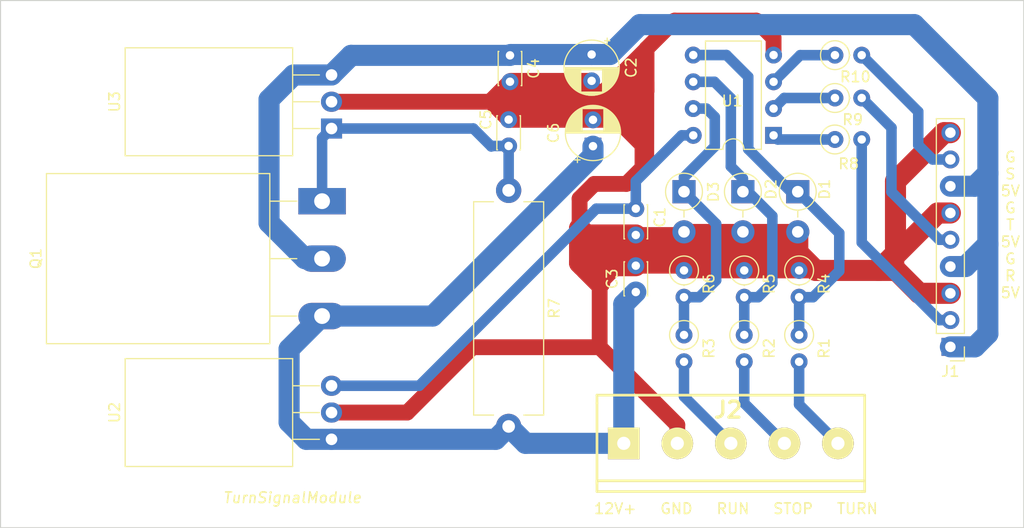
<source format=kicad_pcb>
(kicad_pcb (version 20211014) (generator pcbnew)
  (layers (0 "F.Cu" signal) (31 "B.Cu" signal) (34 "B.Paste" user) (35 "F.Paste" user) (36 "B.SilkS" user "B.Silkscreen") (37 "F.SilkS" user "F.Silkscreen") (38 "B.Mask" user) (39 "F.Mask" user) (44 "Edge.Cuts" user))
  (net 0 "")
  (net 1 "/5V")
  (net 2 "GND")
  (net 3 "/5V5A")
  (net 4 "/12V-IN")
  (net 5 "Net-(C5-Pad1)")
  (net 6 "/TSignalIN")
  (net 7 "/SSignalIN")
  (net 8 "/RSignalIN")
  (net 9 "/TSignal")
  (net 10 "/SSignal")
  (net 11 "/RSignal")
  (net 12 "/TurnSignal_12V")
  (net 13 "/StopSignal_12V")
  (net 14 "/RunSignal_12V")
  (net 15 "Net-(J1-Pad2)")
  (net 16 "Net-(J1-Pad5)")
  (net 17 "Net-(J1-Pad8)")
  (footprint "Connector_PinHeader_2.54mm:PinHeader_1x09_P2.54mm_Vertical" (layer "F.Cu") (at 130.429 68.419 180)
    (fp_text reference "J1" (at 0 -2.33) (layer "F.SilkS"))
    (fp_text value "Conn_01x09" hide)
    (pad "1" thru_hole rect (at 0 0 180) (size 1.7 1.7) (drill 1) (layers *.Cu *.Mask) (net 3 "/5V5A"))
    (pad "2" thru_hole oval (at 0 2.54 180) (size 1.7 1.7) (drill 1) (layers *.Cu *.Mask) (net 15 "Net-(J1-Pad2)"))
    (pad "3" thru_hole oval (at 0 5.08 180) (size 1.7 1.7) (drill 1) (layers *.Cu *.Mask) (net 2 "GND"))
    (pad "4" thru_hole oval (at 0 7.62 180) (size 1.7 1.7) (drill 1) (layers *.Cu *.Mask) (net 3 "/5V5A"))
    (pad "5" thru_hole oval (at 0 10.16 180) (size 1.7 1.7) (drill 1) (layers *.Cu *.Mask) (net 16 "Net-(J1-Pad5)"))
    (pad "6" thru_hole oval (at 0 12.7 180) (size 1.7 1.7) (drill 1) (layers *.Cu *.Mask) (net 2 "GND"))
    (pad "7" thru_hole oval (at 0 15.24 180) (size 1.7 1.7) (drill 1) (layers *.Cu *.Mask) (net 3 "/5V5A"))
    (pad "8" thru_hole oval (at 0 17.78 180) (size 1.7 1.7) (drill 1) (layers *.Cu *.Mask) (net 17 "Net-(J1-Pad8)"))
    (pad "9" thru_hole oval (at 0 20.32 180) (size 1.7 1.7) (drill 1) (layers *.Cu *.Mask) (net 2 "GND"))
  )
  (footprint "Resistor_THT:R_Axial_DIN0207_L6.3mm_D2.5mm_P2.54mm_Vertical" (layer "F.Cu") (at 116.078 67.293182 -90)
    (fp_text reference "R1" (at 1.27 -2.37 90) (layer "F.SilkS"))
    (fp_text value "10k")
    (pad "1" thru_hole circle (at 0 0 270) (size 1.6 1.6) (drill 0.8) (layers *.Cu *.Mask) (net 6 "/TSignalIN"))
    (pad "2" thru_hole oval (at 2.54 0 270) (size 1.6 1.6) (drill 0.8) (layers *.Cu *.Mask) (net 12 "/TurnSignal_12V"))
  )
  (footprint "Resistor_THT:R_Axial_DIN0207_L6.3mm_D2.5mm_P2.54mm_Vertical" (layer "F.Cu") (at 105.156 61.168182 -90)
    (fp_text reference "R6" (at 1.27 -2.37 90) (layer "F.SilkS"))
    (fp_text value "10k")
    (pad "1" thru_hole circle (at 0 0 270) (size 1.6 1.6) (drill 0.8) (layers *.Cu *.Mask) (net 2 "GND"))
    (pad "2" thru_hole oval (at 2.54 0 270) (size 1.6 1.6) (drill 0.8) (layers *.Cu *.Mask) (net 8 "/RSignalIN"))
  )
  (footprint "Capacitor_THT:CP_Radial_D5.0mm_P2.50mm" (layer "F.Cu") (at 96.393 40.680888 -90)
    (fp_text reference "C2" (at 1.25 -3.75 -90) (layer "F.SilkS"))
    (fp_text value "22uF" hide)
    (pad "1" thru_hole rect (at 0 0 270) (size 1.6 1.6) (drill 0.8) (layers *.Cu *.Mask) (net 3 "/5V5A"))
    (pad "2" thru_hole circle (at 2.5 0 270) (size 1.6 1.6) (drill 0.8) (layers *.Cu *.Mask) (net 2 "GND"))
  )
  (footprint "Package_TO_SOT_THT:TO-220-3_Horizontal_TabDown" (layer "F.Cu") (at 71.714 77.192 90)
    (fp_text reference "U2" (at 2.54 -20.58 90) (layer "F.SilkS"))
    (fp_text value "LM7805_TO220")
    (pad "" np_thru_hole oval (at 2.54 -16.66 90) (size 3.5 3.5) (drill 3.5) (layers *.Cu *.Mask))
    (pad "1" thru_hole rect (at 0 0 90) (size 1.905 2) (drill 1.1) (layers *.Cu *.Mask) (net 4 "/12V-IN"))
    (pad "2" thru_hole oval (at 2.54 0 90) (size 1.905 2) (drill 1.1) (layers *.Cu *.Mask) (net 2 "GND"))
    (pad "3" thru_hole oval (at 5.08 0 90) (size 1.905 2) (drill 1.1) (layers *.Cu *.Mask) (net 1 "/5V"))
  )
  (footprint "Resistor_THT:R_Axial_DIN0207_L6.3mm_D2.5mm_P2.54mm_Vertical" (layer "F.Cu") (at 119.478 44.807)
    (fp_text reference "R9" (at 1.68 2.056) (layer "F.SilkS"))
    (fp_text value "370" hide)
    (pad "1" thru_hole circle (at 0 0) (size 1.6 1.6) (drill 0.8) (layers *.Cu *.Mask) (net 9 "/TSignal"))
    (pad "2" thru_hole oval (at 2.54 0) (size 1.6 1.6) (drill 0.8) (layers *.Cu *.Mask) (net 16 "Net-(J1-Pad5)"))
  )
  (footprint "Resistor_THT:R_Axial_DIN0207_L6.3mm_D2.5mm_P2.54mm_Vertical" (layer "F.Cu") (at 119.478 48.744)
    (fp_text reference "R8" (at 1.299 2.31) (layer "F.SilkS"))
    (fp_text value "370" hide)
    (pad "1" thru_hole circle (at 0 0) (size 1.6 1.6) (drill 0.8) (layers *.Cu *.Mask) (net 11 "/RSignal"))
    (pad "2" thru_hole oval (at 2.54 0) (size 1.6 1.6) (drill 0.8) (layers *.Cu *.Mask) (net 15 "Net-(J1-Pad2)"))
  )
  (footprint "Capacitor_THT:C_Disc_D3.0mm_W2.0mm_P2.50mm" (layer "F.Cu") (at 100.584 63.218182 90)
    (fp_text reference "C3" (at 1.25 -2.25 90) (layer "F.SilkS"))
    (fp_text value "10uF")
    (pad "1" thru_hole circle (at 0 0 90) (size 1.6 1.6) (drill 0.8) (layers *.Cu *.Mask) (net 4 "/12V-IN"))
    (pad "2" thru_hole circle (at 2.5 0 90) (size 1.6 1.6) (drill 0.8) (layers *.Cu *.Mask) (net 2 "GND"))
  )
  (footprint "w_conn_screw:mors_5p" (layer "F.Cu") (at 109.601 77.573)
    (fp_text reference "J2" (at -0.254 -3.175) (layer "F.SilkS") (effects (font (size 1.524 1.524) (thickness 0.3048))))
    (fp_text value "Screw_Terminal_01x05" hide)
    (pad "1" thru_hole rect locked (at -10.16 0) (size 2.99974 2.99974) (drill 1.24968) (layers *.Cu *.Mask "F.SilkS") (net 4 "/12V-IN"))
    (pad "2" thru_hole circle locked (at -5.08 0) (size 2.99974 2.99974) (drill 1.24968) (layers *.Cu *.Mask "F.SilkS") (net 2 "GND"))
    (pad "3" thru_hole circle locked (at 0 0) (size 2.99974 2.99974) (drill 1.24968) (layers *.Cu *.Mask "F.SilkS") (net 14 "/RunSignal_12V"))
    (pad "4" thru_hole circle locked (at 5.08 0) (size 2.99974 2.99974) (drill 1.24968) (layers *.Cu *.Mask "F.SilkS") (net 13 "/StopSignal_12V"))
    (pad "5" thru_hole circle locked (at 10.16 0) (size 2.99974 2.99974) (drill 1.24968) (layers *.Cu *.Mask "F.SilkS") (net 12 "/TurnSignal_12V"))
  )
  (footprint "Package_TO_SOT_THT:TO-247-3_Horizontal_TabUp" (layer "F.Cu") (at 70.818 54.597 -90)
    (fp_text reference "Q1" (at 5.45 27.15 90) (layer "F.SilkS"))
    (fp_text value "TIP2955G")
    (pad "" np_thru_hole oval (at 5.45 19.86 270) (size 3.6 3.6) (drill 3.6) (layers *.Cu *.Mask))
    (pad "1" thru_hole rect (at 0 0 270) (size 2.5 4.5) (drill 1.5) (layers *.Cu *.Mask) (net 5 "Net-(C5-Pad1)"))
    (pad "2" thru_hole oval (at 5.45 0 270) (size 2.5 4.5) (drill 1.5) (layers *.Cu *.Mask) (net 3 "/5V5A"))
    (pad "3" thru_hole oval (at 10.9 0 270) (size 2.5 4.5) (drill 1.5) (layers *.Cu *.Mask) (net 4 "/12V-IN"))
  )
  (footprint "Diode_THT:D_DO-41_SOD81_P3.81mm_Vertical_AnodeUp" (layer "F.Cu") (at 110.744 53.697 -90)
    (fp_text reference "D2" (at -0.23 -2.667 90) (layer "F.SilkS"))
    (fp_text value "1N47xxA" hide)
    (pad "1" thru_hole rect (at 0 0 270) (size 2.2 2.2) (drill 1.1) (layers *.Cu *.Mask) (net 7 "/SSignalIN"))
    (pad "2" thru_hole oval (at 3.81 0 270) (size 2.2 2.2) (drill 1.1) (layers *.Cu *.Mask) (net 2 "GND"))
  )
  (footprint "Diode_THT:D_DO-41_SOD81_P3.81mm_Vertical_AnodeUp" (layer "F.Cu") (at 115.951 53.697 -90)
    (fp_text reference "D1" (at -0.23 -2.54 90) (layer "F.SilkS"))
    (fp_text value "1N47xxA" hide)
    (pad "1" thru_hole rect (at 0 0 270) (size 2.2 2.2) (drill 1.1) (layers *.Cu *.Mask) (net 6 "/TSignalIN"))
    (pad "2" thru_hole oval (at 3.81 0 270) (size 2.2 2.2) (drill 1.1) (layers *.Cu *.Mask) (net 2 "GND"))
  )
  (footprint "Resistor_THT:R_Axial_DIN0207_L6.3mm_D2.5mm_P2.54mm_Vertical" (layer "F.Cu") (at 110.871 67.293182 -90)
    (fp_text reference "R2" (at 1.27 -2.37 90) (layer "F.SilkS"))
    (fp_text value "10k")
    (pad "1" thru_hole circle (at 0 0 270) (size 1.6 1.6) (drill 0.8) (layers *.Cu *.Mask) (net 7 "/SSignalIN"))
    (pad "2" thru_hole oval (at 2.54 0 270) (size 1.6 1.6) (drill 0.8) (layers *.Cu *.Mask) (net 13 "/StopSignal_12V"))
  )
  (footprint "Resistor_THT:R_Axial_DIN0207_L6.3mm_D2.5mm_P2.54mm_Vertical" (layer "F.Cu") (at 116.078 61.168182 -90)
    (fp_text reference "R4" (at 1.27 -2.37 90) (layer "F.SilkS"))
    (fp_text value "10k")
    (pad "1" thru_hole circle (at 0 0 270) (size 1.6 1.6) (drill 0.8) (layers *.Cu *.Mask) (net 2 "GND"))
    (pad "2" thru_hole oval (at 2.54 0 270) (size 1.6 1.6) (drill 0.8) (layers *.Cu *.Mask) (net 6 "/TSignalIN"))
  )
  (footprint "Package_DIP:DIP-8_W7.62mm" (layer "F.Cu") (at 113.655 48.353 180)
    (fp_text reference "U1" (at 3.927 3.268) (layer "F.SilkS"))
    (fp_text value "ATtiny85-20P" hide)
    (pad "1" thru_hole rect (at 0 0 180) (size 1.6 1.6) (drill 0.8) (layers *.Cu *.Mask) (net 11 "/RSignal"))
    (pad "2" thru_hole oval (at 0 2.54 180) (size 1.6 1.6) (drill 0.8) (layers *.Cu *.Mask) (net 9 "/TSignal"))
    (pad "3" thru_hole oval (at 0 5.08 180) (size 1.6 1.6) (drill 0.8) (layers *.Cu *.Mask) (net 10 "/SSignal"))
    (pad "4" thru_hole oval (at 0 7.62 180) (size 1.6 1.6) (drill 0.8) (layers *.Cu *.Mask) (net 2 "GND"))
    (pad "5" thru_hole oval (at 7.62 7.62 180) (size 1.6 1.6) (drill 0.8) (layers *.Cu *.Mask) (net 6 "/TSignalIN"))
    (pad "6" thru_hole oval (at 7.62 5.08 180) (size 1.6 1.6) (drill 0.8) (layers *.Cu *.Mask) (net 7 "/SSignalIN"))
    (pad "7" thru_hole oval (at 7.62 2.54 180) (size 1.6 1.6) (drill 0.8) (layers *.Cu *.Mask) (net 8 "/RSignalIN"))
    (pad "8" thru_hole oval (at 7.62 0 180) (size 1.6 1.6) (drill 0.8) (layers *.Cu *.Mask) (net 1 "/5V"))
  )
  (footprint "Resistor_THT:R_Axial_Power_L20.0mm_W6.4mm_P22.40mm" (layer "F.Cu") (at 88.519 53.57 -90)
    (fp_text reference "R7" (at 11.2 -4.32 -90) (layer "F.SilkS"))
    (fp_text value "3.3")
    (pad "1" thru_hole circle (at 0 0 270) (size 2.4 2.4) (drill 1.2) (layers *.Cu *.Mask) (net 5 "Net-(C5-Pad1)"))
    (pad "2" thru_hole oval (at 22.4 0 270) (size 2.4 2.4) (drill 1.2) (layers *.Cu *.Mask) (net 4 "/12V-IN"))
  )
  (footprint "Capacitor_THT:C_Disc_D3.0mm_W2.0mm_P2.50mm" (layer "F.Cu") (at 100.584 55.307 -90)
    (fp_text reference "C1" (at 0.827 -2.286 -90) (layer "F.SilkS"))
    (fp_text value "10uF" hide)
    (pad "1" thru_hole circle (at 0 0 270) (size 1.6 1.6) (drill 0.8) (layers *.Cu *.Mask) (net 1 "/5V"))
    (pad "2" thru_hole circle (at 2.5 0 270) (size 1.6 1.6) (drill 0.8) (layers *.Cu *.Mask) (net 2 "GND"))
  )
  (footprint "Package_TO_SOT_THT:TO-220-3_Horizontal_TabDown" (layer "F.Cu") (at 71.714 47.704 90)
    (fp_text reference "U3" (at 2.54 -20.58 90) (layer "F.SilkS"))
    (fp_text value "LM7805_TO220")
    (pad "" np_thru_hole oval (at 2.54 -16.66 90) (size 3.5 3.5) (drill 3.5) (layers *.Cu *.Mask))
    (pad "1" thru_hole rect (at 0 0 90) (size 1.905 2) (drill 1.1) (layers *.Cu *.Mask) (net 5 "Net-(C5-Pad1)"))
    (pad "2" thru_hole oval (at 2.54 0 90) (size 1.905 2) (drill 1.1) (layers *.Cu *.Mask) (net 2 "GND"))
    (pad "3" thru_hole oval (at 5.08 0 90) (size 1.905 2) (drill 1.1) (layers *.Cu *.Mask) (net 3 "/5V5A"))
  )
  (footprint "Resistor_THT:R_Axial_DIN0207_L6.3mm_D2.5mm_P2.54mm_Vertical" (layer "F.Cu") (at 110.871 61.168182 -90)
    (fp_text reference "R5" (at 1.27 -2.37 90) (layer "F.SilkS"))
    (fp_text value "10k")
    (pad "1" thru_hole circle (at 0 0 270) (size 1.6 1.6) (drill 0.8) (layers *.Cu *.Mask) (net 2 "GND"))
    (pad "2" thru_hole oval (at 2.54 0 270) (size 1.6 1.6) (drill 0.8) (layers *.Cu *.Mask) (net 7 "/SSignalIN"))
  )
  (footprint "Resistor_THT:R_Axial_DIN0207_L6.3mm_D2.5mm_P2.54mm_Vertical" (layer "F.Cu") (at 119.478 40.743)
    (fp_text reference "R10" (at 1.934 2.056) (layer "F.SilkS"))
    (fp_text value "370" hide)
    (pad "1" thru_hole circle (at 0 0) (size 1.6 1.6) (drill 0.8) (layers *.Cu *.Mask) (net 10 "/SSignal"))
    (pad "2" thru_hole oval (at 2.54 0) (size 1.6 1.6) (drill 0.8) (layers *.Cu *.Mask) (net 17 "Net-(J1-Pad8)"))
  )
  (footprint "Resistor_THT:R_Axial_DIN0207_L6.3mm_D2.5mm_P2.54mm_Vertical" (layer "F.Cu") (at 105.156 67.293182 -90)
    (fp_text reference "R3" (at 1.27 -2.37 90) (layer "F.SilkS"))
    (fp_text value "10k")
    (pad "1" thru_hole circle (at 0 0 270) (size 1.6 1.6) (drill 0.8) (layers *.Cu *.Mask) (net 8 "/RSignalIN"))
    (pad "2" thru_hole oval (at 2.54 0 270) (size 1.6 1.6) (drill 0.8) (layers *.Cu *.Mask) (net 14 "/RunSignal_12V"))
  )
  (footprint "Diode_THT:D_DO-41_SOD81_P3.81mm_Vertical_AnodeUp" (layer "F.Cu") (at 105.156 53.697 -90)
    (fp_text reference "D3" (at 0.024 -2.794 90) (layer "F.SilkS"))
    (fp_text value "1N47xxA" hide)
    (pad "1" thru_hole rect (at 0 0 270) (size 2.2 2.2) (drill 1.1) (layers *.Cu *.Mask) (net 8 "/RSignalIN"))
    (pad "2" thru_hole oval (at 3.81 0 270) (size 2.2 2.2) (drill 1.1) (layers *.Cu *.Mask) (net 2 "GND"))
  )
  (footprint "Capacitor_THT:CP_Radial_D5.0mm_P2.50mm" (layer "F.Cu") (at 96.52 49.379 90)
    (fp_text reference "C6" (at 1.25 -3.75 90) (layer "F.SilkS"))
    (fp_text value "220uF" hide)
    (pad "1" thru_hole rect (at 0 0 90) (size 1.6 1.6) (drill 0.8) (layers *.Cu *.Mask) (net 4 "/12V-IN"))
    (pad "2" thru_hole circle (at 2.5 0 90) (size 1.6 1.6) (drill 0.8) (layers *.Cu *.Mask) (net 2 "GND"))
  )
  (footprint "Capacitor_THT:C_Disc_D3.0mm_W2.0mm_P2.50mm" (layer "F.Cu") (at 88.519 49.359 90)
    (fp_text reference "C5" (at 2.496 -2.159 90) (layer "F.SilkS"))
    (fp_text value "0.1uF" hide)
    (pad "1" thru_hole circle (at 0 0 90) (size 1.6 1.6) (drill 0.8) (layers *.Cu *.Mask) (net 5 "Net-(C5-Pad1)"))
    (pad "2" thru_hole circle (at 2.5 0 90) (size 1.6 1.6) (drill 0.8) (layers *.Cu *.Mask) (net 2 "GND"))
  )
  (footprint "Capacitor_THT:C_Disc_D3.0mm_W2.0mm_P2.50mm" (layer "F.Cu") (at 88.646 40.763 -90)
    (fp_text reference "C4" (at 1.25 -2.25 -90) (layer "F.SilkS"))
    (fp_text value "0.1uF" hide)
    (pad "1" thru_hole circle (at 0 0 270) (size 1.6 1.6) (drill 0.8) (layers *.Cu *.Mask) (net 3 "/5V5A"))
    (pad "2" thru_hole circle (at 2.5 0 270) (size 1.6 1.6) (drill 0.8) (layers *.Cu *.Mask) (net 2 "GND"))
  )
  (gr_poly (pts (xy 116.078 61.341) (xy 96.393 61.341) (xy 96.393 57.531) (xy 116.078 57.531)) (layer "F.Cu") (width 0.2) (fill solid))
  (gr_poly (pts (xy 99.187 46.228) (xy 97.663 44.704) (xy 96.647 44.704) (xy 96.647 43.815) (xy 101.6 43.815)) (layer "F.Cu") (width 0.2) (fill solid))
  (gr_poly (pts (xy 101.727 44.196) (xy 96.647 44.196) (xy 100.965 39.878)) (layer "F.Cu") (width 0.2) (fill solid))
  (gr_poly (pts (xy 102.223498 51.435) (xy 100.711 52.821457) (xy 100.838 49.784) (xy 98.679 47.625) (xy 98.679 43.307) (xy 102.235 43.307)) (layer "F.Cu") (width 0.2) (fill solid))
  (gr_poly (pts (xy 99.822 46.228) (xy 87.376 46.228) (xy 87.376 44.704) (xy 89.027 43.053) (xy 96.647 43.053)) (layer "F.Cu") (width 0.2) (fill solid))
  (gr_rect (start 40.3098 35.56) (end 137.3886 85.5726) (layer "Edge.Cuts") (width 0.1) (fill none))
  (gr_text "G\nS\n5V\nG\nT\n5V\nG\nR\n5V" (at 136.1186 56.8452) (layer "F.SilkS") (effects (font (size 1 1))))
  (gr_text "TurnSignalModule" (at 67.999 82.728) (layer "F.SilkS") (effects (font (size 1 1) (thickness 0.15) italic)))
  (gr_text "12V+   GND   RUN   STOP   TURN" (at 110.0836 83.7692) (layer "F.SilkS") (effects (font (size 1 1))))
  (segment (start 100.584 52.705) (end 104.936 48.353) (width 1) (layer "B.Cu") (net 1))
  (segment (start 104.936 48.353) (end 106.035 48.353) (width 1) (layer "B.Cu") (net 1))
  (segment (start 100.584 55.307) (end 100.584 52.705) (width 1) (layer "B.Cu") (net 1))
  (segment (start 96.839 55.307) (end 100.584 55.307) (width 1) (layer "B.Cu") (net 1))
  (segment (start 80.034 72.112) (end 96.839 55.307) (width 1) (layer "B.Cu") (net 1))
  (segment (start 71.714 72.112) (end 80.034 72.112) (width 1) (layer "B.Cu") (net 1))
  (segment (start 125.222 59.561555) (end 125.303182 59.642737) (width 1.5) (layer "F.Cu") (net 2))
  (segment (start 96.647 52.959) (end 95.25 54.356) (width 1.5) (layer "F.Cu") (net 2))
  (segment (start 115.951 57.507) (end 115.951 61.041182) (width 1.5) (layer "F.Cu") (net 2))
  (segment (start 123.615373 61.168182) (end 125.222 59.561555) (width 2) (layer "F.Cu") (net 2))
  (segment (start 100.584 60.718182) (end 98.793818 60.718182) (width 1.5) (layer "F.Cu") (net 2))
  (segment (start 125.303182 59.642737) (end 125.303182 61.168182) (width 1.5) (layer "F.Cu") (net 2))
  (segment (start 104.267 37.465) (end 101.6 40.132) (width 1.5) (layer "F.Cu") (net 2))
  (segment (start 105.156 57.507) (end 110.744 57.507) (width 1.5) (layer "F.Cu") (net 2))
  (segment (start 71.714 74.652) (end 78.891 74.652) (width 1.5) (layer "F.Cu") (net 2))
  (segment (start 88.519 46.859) (end 86.824 45.164) (width 1.5) (layer "F.Cu") (net 2))
  (segment (start 125.303182 59.642737) (end 129.226919 55.719) (width 2) (layer "F.Cu") (net 2))
  (segment (start 110.744 57.507) (end 115.951 57.507) (width 1.5) (layer "F.Cu") (net 2))
  (segment (start 101.6 40.132) (end 101.6 44.101) (width 1.5) (layer "F.Cu") (net 2))
  (segment (start 96.393 43.180888) (end 88.728112 43.180888) (width 1.5) (layer "F.Cu") (net 2))
  (segment (start 96.52 46.879) (end 88.539 46.879) (width 1.5) (layer "F.Cu") (net 2))
  (segment (start 98.793818 60.718182) (end 97.155 62.357) (width 1.5) (layer "F.Cu") (net 2))
  (segment (start 96.393 46.752) (end 96.52 46.879) (width 1.5) (layer "F.Cu") (net 2))
  (segment (start 86.745 45.164) (end 88.646 43.263) (width 1.5) (layer "F.Cu") (net 2))
  (segment (start 97.155 62.357) (end 97.155 68.453) (width 1.5) (layer "F.Cu") (net 2))
  (segment (start 95.25 60.452) (end 97.155 62.357) (width 2) (layer "F.Cu") (net 2))
  (segment (start 104.856 57.807) (end 105.156 57.507) (width 1.5) (layer "F.Cu") (net 2))
  (segment (start 101.219 49.276) (end 101.219 51.435) (width 1.5) (layer "F.Cu") (net 2))
  (segment (start 104.706 60.718182) (end 105.156 61.168182) (width 1.5) (layer "F.Cu") (net 2))
  (segment (start 125.222 59.055) (end 125.222 59.561555) (width 1.5) (layer "F.Cu") (net 2))
  (segment (start 98.793818 59.597182) (end 98.793818 60.718182) (width 2) (layer "F.Cu") (net 2))
  (segment (start 117.647818 61.168182) (end 125.303182 61.168182) (width 1.5) (layer "F.Cu") (net 2))
  (segment (start 95.25 57.174364) (end 98.793818 60.718182) (width 1.5) (layer "F.Cu") (net 2))
  (segment (start 95.882636 61.084636) (end 95.882636 57.807) (width 2) (layer "F.Cu") (net 2))
  (segment (start 96.393 43.180888) (end 96.393 46.752) (width 1.5) (layer "F.Cu") (net 2))
  (segment (start 95.882636 57.807) (end 95.25 57.174364) (width 2) (layer "F.Cu") (net 2))
  (segment (start 125.303182 61.168182) (end 127.474 63.339) (width 2) (layer "F.Cu") (net 2))
  (segment (start 100.584 57.807) (end 100.584 60.718182) (width 1.5) (layer "F.Cu") (net 2))
  (segment (start 125.222 52.705) (end 129.828 48.099) (width 2) (layer "F.Cu") (net 2))
  (segment (start 96.52 46.879) (end 98.822 46.879) (width 1.5) (layer "F.Cu") (net 2))
  (segment (start 95.25 57.174364) (end 95.25 60.452) (width 2) (layer "F.Cu") (net 2))
  (segment (start 116.078 61.168182) (end 117.647818 61.168182) (width 1.5) (layer "F.Cu") (net 2))
  (segment (start 100.584 57.807) (end 104.856 57.807) (width 1.5) (layer "F.Cu") (net 2))
  (segment (start 125.222 59.055) (end 125.222 52.705) (width 2) (layer "F.Cu") (net 2))
  (segment (start 101.219 51.435) (end 99.695 52.959) (width 1.5) (layer "F.Cu") (net 2))
  (segment (start 97.155 62.357) (end 95.882636 61.084636) (width 2) (layer "F.Cu") (net 2))
  (segment (start 110.871 61.168182) (end 116.078 61.168182) (width 1.5) (layer "F.Cu") (net 2))
  (segment (start 115.951 57.507) (end 115.951 59.471364) (width 2) (layer "F.Cu") (net 2))
  (segment (start 100.584 60.718182) (end 104.706 60.718182) (width 1.5) (layer "F.Cu") (net 2))
  (segment (start 129.226919 55.719) (end 130.429 55.719) (width 2) (layer "F.Cu") (net 2))
  (segment (start 104.521 75.819) (end 104.521 77.573) (width 1.5) (layer "F.Cu") (net 2))
  (segment (start 85.09 68.453) (end 97.155 68.453) (width 1.5) (layer "F.Cu") (net 2))
  (segment (start 86.824 45.164) (end 86.745 45.164) (width 1.5) (layer "F.Cu") (net 2))
  (segment (start 117.647818 61.168182) (end 123.615373 61.168182) (width 2) (layer "F.Cu") (net 2))
  (segment (start 127.474 63.339) (end 130.429 63.339) (width 2) (layer "F.Cu") (net 2))
  (segment (start 101.6 44.101) (end 98.822 46.879) (width 1.5) (layer "F.Cu") (net 2))
  (segment (start 129.828 48.099) (end 130.429 48.099) (width 2) (layer "F.Cu") (net 2))
  (segment (start 95.516182 60.718182) (end 95.25 60.452) (width 2) (layer "F.Cu") (net 2))
  (segment (start 95.25 54.356) (end 95.25 57.174364) (width 1.5) (layer "F.Cu") (net 2))
  (segment (start 113.655 39.106) (end 112.014 37.465) (width 1.5) (layer "F.Cu") (net 2))
  (segment (start 105.156 61.168182) (end 110.871 61.168182) (width 1.5) (layer "F.Cu") (net 2))
  (segment (start 123.615373 61.168182) (end 125.303182 61.168182) (width 2) (layer "F.Cu") (net 2))
  (segment (start 88.728112 43.180888) (end 88.646 43.263) (width 1.5) (layer "F.Cu") (net 2))
  (segment (start 115.951 59.471364) (end 117.647818 61.168182) (width 2) (layer "F.Cu") (net 2))
  (segment (start 99.695 52.959) (end 96.647 52.959) (width 1.5) (layer "F.Cu") (net 2))
  (segment (start 100.584 60.718182) (end 95.516182 60.718182) (width 2) (layer "F.Cu") (net 2))
  (segment (start 115.951 61.041182) (end 116.078 61.168182) (width 1.5) (layer "F.Cu") (net 2))
  (segment (start 78.891 74.652) (end 85.09 68.453) (width 1.5) (layer "F.Cu") (net 2))
  (segment (start 113.655 40.733) (end 113.655 39.106) (width 1.5) (layer "F.Cu") (net 2))
  (segment (start 71.714 45.164) (end 86.745 45.164) (width 1.5) (layer "F.Cu") (net 2))
  (segment (start 97.155 68.453) (end 104.521 75.819) (width 1.5) (layer "F.Cu") (net 2))
  (segment (start 100.584 57.807) (end 95.882636 57.807) (width 2) (layer "F.Cu") (net 2))
  (segment (start 88.539 46.879) (end 88.519 46.859) (width 1.5) (layer "F.Cu") (net 2))
  (segment (start 112.014 37.465) (end 104.267 37.465) (width 1.5) (layer "F.Cu") (net 2))
  (segment (start 98.822 46.879) (end 101.219 49.276) (width 1.5) (layer "F.Cu") (net 2))
  (segment (start 100.584 57.807) (end 98.793818 59.597182) (width 2) (layer "F.Cu") (net 2))
  (segment (start 98.130112 40.680888) (end 100.965 37.846) (width 2) (layer "B.Cu") (net 3))
  (segment (start 130.429 68.419) (end 132.749 68.419) (width 2) (layer "B.Cu") (net 3))
  (segment (start 133.985 58.674) (end 133.985 51.943) (width 2) (layer "B.Cu") (net 3))
  (segment (start 68.12 42.624) (end 71.714 42.624) (width 2) (layer "B.Cu") (net 3))
  (segment (start 69.191 60.047) (end 65.786 56.642) (width 2) (layer "B.Cu") (net 3))
  (segment (start 127 37.846) (end 133.985 44.831) (width 2) (layer "B.Cu") (net 3))
  (segment (start 130.429 60.799) (end 131.86 60.799) (width 2) (layer "B.Cu") (net 3))
  (segment (start 73.575 40.763) (end 71.714 42.624) (width 2) (layer "B.Cu") (net 3))
  (segment (start 132.749 68.419) (end 133.985 67.183) (width 2) (layer "B.Cu") (net 3))
  (segment (start 133.985 44.831) (end 133.985 51.943) (width 2) (layer "B.Cu") (net 3))
  (segment (start 65.786 44.958) (end 68.12 42.624) (width 2) (layer "B.Cu") (net 3))
  (segment (start 131.86 60.799) (end 133.985 58.674) (width 2) (layer "B.Cu") (net 3))
  (segment (start 96.393 40.680888) (end 98.130112 40.680888) (width 2) (layer "B.Cu") (net 3))
  (segment (start 65.786 56.642) (end 65.786 44.958) (width 2) (layer "B.Cu") (net 3))
  (segment (start 70.818 60.047) (end 69.191 60.047) (width 2) (layer "B.Cu") (net 3))
  (segment (start 132.749 53.179) (end 130.429 53.179) (width 2) (layer "B.Cu") (net 3))
  (segment (start 133.985 67.183) (end 133.985 58.674) (width 2) (layer "B.Cu") (net 3))
  (segment (start 96.393 40.680888) (end 88.728112 40.680888) (width 2) (layer "B.Cu") (net 3))
  (segment (start 88.646 40.763) (end 73.575 40.763) (width 2) (layer "B.Cu") (net 3))
  (segment (start 88.728112 40.680888) (end 88.646 40.763) (width 2) (layer "B.Cu") (net 3))
  (segment (start 133.985 51.943) (end 132.749 53.179) (width 2) (layer "B.Cu") (net 3))
  (segment (start 100.965 37.846) (end 127 37.846) (width 2) (layer "B.Cu") (net 3))
  (segment (start 88.519 75.97) (end 87.297 77.192) (width 2) (layer "B.Cu") (net 4))
  (segment (start 99.441 64.361182) (end 100.584 63.218182) (width 2) (layer "B.Cu") (net 4))
  (segment (start 99.441 77.573) (end 99.441 64.361182) (width 2) (layer "B.Cu") (net 4))
  (segment (start 96.52 49.379) (end 96.52 50.292) (width 2) (layer "B.Cu") (net 4))
  (segment (start 87.297 77.192) (end 71.714 77.192) (width 2) (layer "B.Cu") (net 4))
  (segment (start 67.691 75.565) (end 67.691 68.624) (width 2) (layer "B.Cu") (net 4))
  (segment (start 67.691 68.624) (end 70.818 65.497) (width 2) (layer "B.Cu") (net 4))
  (segment (start 71.714 77.192) (end 69.318 77.192) (width 2) (layer "B.Cu") (net 4))
  (segment (start 81.315 65.497) (end 70.818 65.497) (width 2) (layer "B.Cu") (net 4))
  (segment (start 69.318 77.192) (end 67.691 75.565) (width 2) (layer "B.Cu") (net 4))
  (segment (start 99.441 77.573) (end 90.122 77.573) (width 2) (layer "B.Cu") (net 4))
  (segment (start 90.122 77.573) (end 88.519 75.97) (width 2) (layer "B.Cu") (net 4))
  (segment (start 96.52 50.292) (end 81.315 65.497) (width 2) (layer "B.Cu") (net 4))
  (segment (start 86.868 49.403) (end 86.912 49.359) (width 1) (layer "B.Cu") (net 5))
  (segment (start 71.714 47.704) (end 85.169 47.704) (width 1) (layer "B.Cu") (net 5))
  (segment (start 70.818 48.6) (end 71.714 47.704) (width 1) (layer "B.Cu") (net 5))
  (segment (start 70.818 54.597) (end 70.818 48.6) (width 1) (layer "B.Cu") (net 5))
  (segment (start 86.912 49.359) (end 88.519 49.359) (width 1) (layer "B.Cu") (net 5))
  (segment (start 88.519 53.57) (end 88.519 49.359) (width 1) (layer "B.Cu") (net 5))
  (segment (start 85.169 47.704) (end 86.868 49.403) (width 1) (layer "B.Cu") (net 5))
  (segment (start 115.951 53.697) (end 115.292 53.697) (width 1) (layer "B.Cu") (net 6))
  (segment (start 115.292 53.697) (end 111.252 49.657) (width 1) (layer "B.Cu") (net 6))
  (segment (start 111.252 42.799) (end 109.186 40.733) (width 1) (layer "B.Cu") (net 6))
  (segment (start 116.078 63.708182) (end 116.078 67.293182) (width 1) (layer "B.Cu") (net 6))
  (segment (start 116.078 63.708182) (end 117.393818 63.708182) (width 1) (layer "B.Cu") (net 6))
  (segment (start 119.888 61.214) (end 119.888 57.634) (width 1) (layer "B.Cu") (net 6))
  (segment (start 111.252 49.657) (end 111.252 42.799) (width 1) (layer "B.Cu") (net 6))
  (segment (start 119.888 57.634) (end 115.951 53.697) (width 1) (layer "B.Cu") (net 6))
  (segment (start 117.393818 63.708182) (end 119.888 61.214) (width 1) (layer "B.Cu") (net 6))
  (segment (start 109.186 40.733) (end 106.035 40.733) (width 1) (layer "B.Cu") (net 6))
  (segment (start 113.538 62.357) (end 113.538 56.007) (width 1) (layer "B.Cu") (net 7))
  (segment (start 110.744 53.697) (end 110.744 52.451) (width 1) (layer "B.Cu") (net 7))
  (segment (start 113.538 56.007) (end 111.228 53.697) (width 1) (layer "B.Cu") (net 7))
  (segment (start 109.601 44.831) (end 108.043 43.273) (width 1) (layer "B.Cu") (net 7))
  (segment (start 112.186818 63.708182) (end 113.538 62.357) (width 1) (layer "B.Cu") (net 7))
  (segment (start 109.601 51.308) (end 109.601 44.831) (width 1) (layer "B.Cu") (net 7))
  (segment (start 108.043 43.273) (end 106.035 43.273) (width 1) (layer "B.Cu") (net 7))
  (segment (start 111.228 53.697) (end 110.744 53.697) (width 1) (layer "B.Cu") (net 7))
  (segment (start 110.744 52.451) (end 109.601 51.308) (width 1) (layer "B.Cu") (net 7))
  (segment (start 110.871 63.708182) (end 112.186818 63.708182) (width 1) (layer "B.Cu") (net 7))
  (segment (start 110.871 63.708182) (end 110.871 67.293182) (width 1) (layer "B.Cu") (net 7))
  (segment (start 105.156 53.697) (end 105.156 52.324) (width 1) (layer "B.Cu") (net 8))
  (segment (start 105.156 63.708182) (end 105.156 67.293182) (width 1) (layer "B.Cu") (net 8))
  (segment (start 107.281 45.813) (end 106.035 45.813) (width 1) (layer "B.Cu") (net 8))
  (segment (start 108.077 49.403) (end 108.077 46.609) (width 1) (layer "B.Cu") (net 8))
  (segment (start 108.204 56.745) (end 105.156 53.697) (width 1) (layer "B.Cu") (net 8))
  (segment (start 106.598818 63.708182) (end 108.204 62.103) (width 1) (layer "B.Cu") (net 8))
  (segment (start 105.156 63.708182) (end 106.598818 63.708182) (width 1) (layer "B.Cu") (net 8))
  (segment (start 108.077 46.609) (end 107.281 45.813) (width 1) (layer "B.Cu") (net 8))
  (segment (start 108.204 62.103) (end 108.204 56.745) (width 1) (layer "B.Cu") (net 8))
  (segment (start 105.156 52.324) (end 108.077 49.403) (width 1) (layer "B.Cu") (net 8))
  (segment (start 119.478 44.807) (end 114.661 44.807) (width 1) (layer "B.Cu") (net 9))
  (segment (start 114.661 44.807) (end 113.655 45.813) (width 1) (layer "B.Cu") (net 9))
  (segment (start 119.478 40.743) (end 116.185 40.743) (width 1) (layer "B.Cu") (net 10))
  (segment (start 116.185 40.743) (end 113.655 43.273) (width 1) (layer "B.Cu") (net 10))
  (segment (start 119.478 48.744) (end 114.046 48.744) (width 1) (layer "B.Cu") (net 11))
  (segment (start 114.046 48.744) (end 113.655 48.353) (width 1) (layer "B.Cu") (net 11))
  (segment (start 116.078 73.89) (end 119.761 77.573) (width 1) (layer "B.Cu") (net 12))
  (segment (start 116.078 69.833182) (end 116.078 73.89) (width 1) (layer "B.Cu") (net 12))
  (segment (start 110.871 69.833182) (end 110.871 73.763) (width 1) (layer "B.Cu") (net 13))
  (segment (start 110.871 73.763) (end 114.681 77.573) (width 1) (layer "B.Cu") (net 13))
  (segment (start 105.156 73.128) (end 109.601 77.573) (width 1) (layer "B.Cu") (net 14))
  (segment (start 105.156 69.833182) (end 105.156 73.128) (width 1) (layer "B.Cu") (net 14))
  (segment (start 129.379 65.879) (end 130.429 65.879) (width 1) (layer "B.Cu") (net 15))
  (segment (start 122.018 58.518) (end 129.379 65.879) (width 1) (layer "B.Cu") (net 15))
  (segment (start 122.018 48.744) (end 122.018 58.518) (width 1) (layer "B.Cu") (net 15))
  (segment (start 129.379 58.259) (end 130.429 58.259) (width 1) (layer "B.Cu") (net 16))
  (segment (start 124.841 53.721) (end 129.379 58.259) (width 1) (layer "B.Cu") (net 16))
  (segment (start 124.841 47.63) (end 124.841 53.721) (width 1) (layer "B.Cu") (net 16))
  (segment (start 122.018 44.807) (end 124.841 47.63) (width 1) (layer "B.Cu") (net 16))
  (segment (start 128.744 50.639) (end 130.429 50.639) (width 1) (layer "B.Cu") (net 17))
  (segment (start 127.381 46.106) (end 127.381 49.276) (width 1) (layer "B.Cu") (net 17))
  (segment (start 127.381 49.276) (end 128.744 50.639) (width 1) (layer "B.Cu") (net 17))
  (segment (start 122.018 40.743) (end 127.381 46.106) (width 1) (layer "B.Cu") (net 17))
)
</source>
